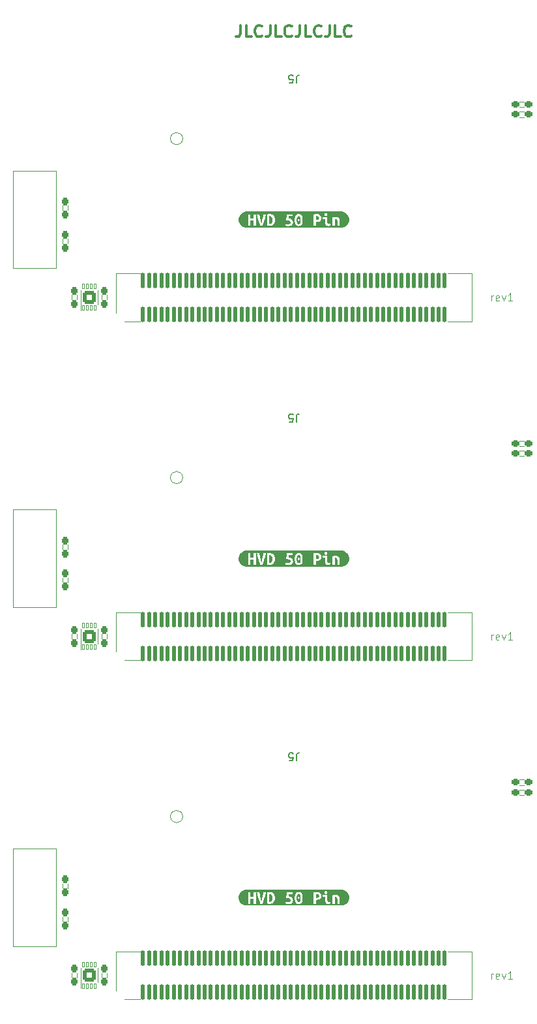
<source format=gto>
G04 #@! TF.GenerationSoftware,KiCad,Pcbnew,8.0.6*
G04 #@! TF.CreationDate,2024-11-07T02:26:47-08:00*
G04 #@! TF.ProjectId,hvd-50-hd-panel,6876642d-3530-42d6-9864-2d70616e656c,1*
G04 #@! TF.SameCoordinates,Original*
G04 #@! TF.FileFunction,Legend,Top*
G04 #@! TF.FilePolarity,Positive*
%FSLAX46Y46*%
G04 Gerber Fmt 4.6, Leading zero omitted, Abs format (unit mm)*
G04 Created by KiCad (PCBNEW 8.0.6) date 2024-11-07 02:26:47*
%MOMM*%
%LPD*%
G01*
G04 APERTURE LIST*
G04 Aperture macros list*
%AMRoundRect*
0 Rectangle with rounded corners*
0 $1 Rounding radius*
0 $2 $3 $4 $5 $6 $7 $8 $9 X,Y pos of 4 corners*
0 Add a 4 corners polygon primitive as box body*
4,1,4,$2,$3,$4,$5,$6,$7,$8,$9,$2,$3,0*
0 Add four circle primitives for the rounded corners*
1,1,$1+$1,$2,$3*
1,1,$1+$1,$4,$5*
1,1,$1+$1,$6,$7*
1,1,$1+$1,$8,$9*
0 Add four rect primitives between the rounded corners*
20,1,$1+$1,$2,$3,$4,$5,0*
20,1,$1+$1,$4,$5,$6,$7,0*
20,1,$1+$1,$6,$7,$8,$9,0*
20,1,$1+$1,$8,$9,$2,$3,0*%
G04 Aperture macros list end*
%ADD10C,0.100000*%
%ADD11C,0.300000*%
%ADD12C,0.150000*%
%ADD13C,0.000000*%
%ADD14C,0.120000*%
%ADD15C,0.500000*%
%ADD16RoundRect,0.225000X0.225000X-0.275000X0.225000X0.275000X-0.225000X0.275000X-0.225000X-0.275000X0*%
%ADD17RoundRect,0.225000X-0.225000X0.275000X-0.225000X-0.275000X0.225000X-0.275000X0.225000X0.275000X0*%
%ADD18C,0.800000*%
%ADD19C,1.200000*%
%ADD20RoundRect,0.125000X0.125000X0.925000X-0.125000X0.925000X-0.125000X-0.925000X0.125000X-0.925000X0*%
%ADD21C,1.300000*%
%ADD22C,4.200000*%
%ADD23C,6.500000*%
%ADD24C,2.300000*%
%ADD25C,2.700000*%
%ADD26C,1.950000*%
%ADD27RoundRect,0.225000X-0.275000X-0.225000X0.275000X-0.225000X0.275000X0.225000X-0.275000X0.225000X0*%
%ADD28C,2.500000*%
%ADD29RoundRect,0.225000X0.275000X0.225000X-0.275000X0.225000X-0.275000X-0.225000X0.275000X-0.225000X0*%
%ADD30RoundRect,0.062500X0.137500X-0.287500X0.137500X0.287500X-0.137500X0.287500X-0.137500X-0.287500X0*%
%ADD31RoundRect,0.265625X0.584375X-0.584375X0.584375X0.584375X-0.584375X0.584375X-0.584375X-0.584375X0*%
G04 APERTURE END LIST*
D10*
X-11857143Y98544581D02*
X-11857143Y99211248D01*
X-11857143Y99020772D02*
X-11809524Y99116010D01*
X-11809524Y99116010D02*
X-11761905Y99163629D01*
X-11761905Y99163629D02*
X-11666667Y99211248D01*
X-11666667Y99211248D02*
X-11571429Y99211248D01*
X-10857143Y98592200D02*
X-10952381Y98544581D01*
X-10952381Y98544581D02*
X-11142857Y98544581D01*
X-11142857Y98544581D02*
X-11238095Y98592200D01*
X-11238095Y98592200D02*
X-11285714Y98687439D01*
X-11285714Y98687439D02*
X-11285714Y99068391D01*
X-11285714Y99068391D02*
X-11238095Y99163629D01*
X-11238095Y99163629D02*
X-11142857Y99211248D01*
X-11142857Y99211248D02*
X-10952381Y99211248D01*
X-10952381Y99211248D02*
X-10857143Y99163629D01*
X-10857143Y99163629D02*
X-10809524Y99068391D01*
X-10809524Y99068391D02*
X-10809524Y98973153D01*
X-10809524Y98973153D02*
X-11285714Y98877915D01*
X-10476190Y99211248D02*
X-10238095Y98544581D01*
X-10238095Y98544581D02*
X-10000000Y99211248D01*
X-9095238Y98544581D02*
X-9666666Y98544581D01*
X-9380952Y98544581D02*
X-9380952Y99544581D01*
X-9380952Y99544581D02*
X-9476190Y99401724D01*
X-9476190Y99401724D02*
X-9571428Y99306486D01*
X-9571428Y99306486D02*
X-9666666Y99258867D01*
D11*
X-44428572Y134325172D02*
X-44428572Y133253743D01*
X-44428572Y133253743D02*
X-44500001Y133039458D01*
X-44500001Y133039458D02*
X-44642858Y132896600D01*
X-44642858Y132896600D02*
X-44857144Y132825172D01*
X-44857144Y132825172D02*
X-45000001Y132825172D01*
X-43000001Y132825172D02*
X-43714287Y132825172D01*
X-43714287Y132825172D02*
X-43714287Y134325172D01*
X-41642858Y132968029D02*
X-41714286Y132896600D01*
X-41714286Y132896600D02*
X-41928572Y132825172D01*
X-41928572Y132825172D02*
X-42071429Y132825172D01*
X-42071429Y132825172D02*
X-42285715Y132896600D01*
X-42285715Y132896600D02*
X-42428572Y133039458D01*
X-42428572Y133039458D02*
X-42500001Y133182315D01*
X-42500001Y133182315D02*
X-42571429Y133468029D01*
X-42571429Y133468029D02*
X-42571429Y133682315D01*
X-42571429Y133682315D02*
X-42500001Y133968029D01*
X-42500001Y133968029D02*
X-42428572Y134110886D01*
X-42428572Y134110886D02*
X-42285715Y134253743D01*
X-42285715Y134253743D02*
X-42071429Y134325172D01*
X-42071429Y134325172D02*
X-41928572Y134325172D01*
X-41928572Y134325172D02*
X-41714286Y134253743D01*
X-41714286Y134253743D02*
X-41642858Y134182315D01*
X-40571429Y134325172D02*
X-40571429Y133253743D01*
X-40571429Y133253743D02*
X-40642858Y133039458D01*
X-40642858Y133039458D02*
X-40785715Y132896600D01*
X-40785715Y132896600D02*
X-41000001Y132825172D01*
X-41000001Y132825172D02*
X-41142858Y132825172D01*
X-39142858Y132825172D02*
X-39857144Y132825172D01*
X-39857144Y132825172D02*
X-39857144Y134325172D01*
X-37785715Y132968029D02*
X-37857143Y132896600D01*
X-37857143Y132896600D02*
X-38071429Y132825172D01*
X-38071429Y132825172D02*
X-38214286Y132825172D01*
X-38214286Y132825172D02*
X-38428572Y132896600D01*
X-38428572Y132896600D02*
X-38571429Y133039458D01*
X-38571429Y133039458D02*
X-38642858Y133182315D01*
X-38642858Y133182315D02*
X-38714286Y133468029D01*
X-38714286Y133468029D02*
X-38714286Y133682315D01*
X-38714286Y133682315D02*
X-38642858Y133968029D01*
X-38642858Y133968029D02*
X-38571429Y134110886D01*
X-38571429Y134110886D02*
X-38428572Y134253743D01*
X-38428572Y134253743D02*
X-38214286Y134325172D01*
X-38214286Y134325172D02*
X-38071429Y134325172D01*
X-38071429Y134325172D02*
X-37857143Y134253743D01*
X-37857143Y134253743D02*
X-37785715Y134182315D01*
X-36714286Y134325172D02*
X-36714286Y133253743D01*
X-36714286Y133253743D02*
X-36785715Y133039458D01*
X-36785715Y133039458D02*
X-36928572Y132896600D01*
X-36928572Y132896600D02*
X-37142858Y132825172D01*
X-37142858Y132825172D02*
X-37285715Y132825172D01*
X-35285715Y132825172D02*
X-36000001Y132825172D01*
X-36000001Y132825172D02*
X-36000001Y134325172D01*
X-33928572Y132968029D02*
X-34000000Y132896600D01*
X-34000000Y132896600D02*
X-34214286Y132825172D01*
X-34214286Y132825172D02*
X-34357143Y132825172D01*
X-34357143Y132825172D02*
X-34571429Y132896600D01*
X-34571429Y132896600D02*
X-34714286Y133039458D01*
X-34714286Y133039458D02*
X-34785715Y133182315D01*
X-34785715Y133182315D02*
X-34857143Y133468029D01*
X-34857143Y133468029D02*
X-34857143Y133682315D01*
X-34857143Y133682315D02*
X-34785715Y133968029D01*
X-34785715Y133968029D02*
X-34714286Y134110886D01*
X-34714286Y134110886D02*
X-34571429Y134253743D01*
X-34571429Y134253743D02*
X-34357143Y134325172D01*
X-34357143Y134325172D02*
X-34214286Y134325172D01*
X-34214286Y134325172D02*
X-34000000Y134253743D01*
X-34000000Y134253743D02*
X-33928572Y134182315D01*
X-32857143Y134325172D02*
X-32857143Y133253743D01*
X-32857143Y133253743D02*
X-32928572Y133039458D01*
X-32928572Y133039458D02*
X-33071429Y132896600D01*
X-33071429Y132896600D02*
X-33285715Y132825172D01*
X-33285715Y132825172D02*
X-33428572Y132825172D01*
X-31428572Y132825172D02*
X-32142858Y132825172D01*
X-32142858Y132825172D02*
X-32142858Y134325172D01*
X-30071429Y132968029D02*
X-30142857Y132896600D01*
X-30142857Y132896600D02*
X-30357143Y132825172D01*
X-30357143Y132825172D02*
X-30500000Y132825172D01*
X-30500000Y132825172D02*
X-30714286Y132896600D01*
X-30714286Y132896600D02*
X-30857143Y133039458D01*
X-30857143Y133039458D02*
X-30928572Y133182315D01*
X-30928572Y133182315D02*
X-31000000Y133468029D01*
X-31000000Y133468029D02*
X-31000000Y133682315D01*
X-31000000Y133682315D02*
X-30928572Y133968029D01*
X-30928572Y133968029D02*
X-30857143Y134110886D01*
X-30857143Y134110886D02*
X-30714286Y134253743D01*
X-30714286Y134253743D02*
X-30500000Y134325172D01*
X-30500000Y134325172D02*
X-30357143Y134325172D01*
X-30357143Y134325172D02*
X-30142857Y134253743D01*
X-30142857Y134253743D02*
X-30071429Y134182315D01*
D10*
X-11857143Y10544581D02*
X-11857143Y11211248D01*
X-11857143Y11020772D02*
X-11809524Y11116010D01*
X-11809524Y11116010D02*
X-11761905Y11163629D01*
X-11761905Y11163629D02*
X-11666667Y11211248D01*
X-11666667Y11211248D02*
X-11571429Y11211248D01*
X-10857143Y10592200D02*
X-10952381Y10544581D01*
X-10952381Y10544581D02*
X-11142857Y10544581D01*
X-11142857Y10544581D02*
X-11238095Y10592200D01*
X-11238095Y10592200D02*
X-11285714Y10687439D01*
X-11285714Y10687439D02*
X-11285714Y11068391D01*
X-11285714Y11068391D02*
X-11238095Y11163629D01*
X-11238095Y11163629D02*
X-11142857Y11211248D01*
X-11142857Y11211248D02*
X-10952381Y11211248D01*
X-10952381Y11211248D02*
X-10857143Y11163629D01*
X-10857143Y11163629D02*
X-10809524Y11068391D01*
X-10809524Y11068391D02*
X-10809524Y10973153D01*
X-10809524Y10973153D02*
X-11285714Y10877915D01*
X-10476190Y11211248D02*
X-10238095Y10544581D01*
X-10238095Y10544581D02*
X-10000000Y11211248D01*
X-9095238Y10544581D02*
X-9666666Y10544581D01*
X-9380952Y10544581D02*
X-9380952Y11544581D01*
X-9380952Y11544581D02*
X-9476190Y11401724D01*
X-9476190Y11401724D02*
X-9571428Y11306486D01*
X-9571428Y11306486D02*
X-9666666Y11258867D01*
X-11857143Y54544581D02*
X-11857143Y55211248D01*
X-11857143Y55020772D02*
X-11809524Y55116010D01*
X-11809524Y55116010D02*
X-11761905Y55163629D01*
X-11761905Y55163629D02*
X-11666667Y55211248D01*
X-11666667Y55211248D02*
X-11571429Y55211248D01*
X-10857143Y54592200D02*
X-10952381Y54544581D01*
X-10952381Y54544581D02*
X-11142857Y54544581D01*
X-11142857Y54544581D02*
X-11238095Y54592200D01*
X-11238095Y54592200D02*
X-11285714Y54687439D01*
X-11285714Y54687439D02*
X-11285714Y55068391D01*
X-11285714Y55068391D02*
X-11238095Y55163629D01*
X-11238095Y55163629D02*
X-11142857Y55211248D01*
X-11142857Y55211248D02*
X-10952381Y55211248D01*
X-10952381Y55211248D02*
X-10857143Y55163629D01*
X-10857143Y55163629D02*
X-10809524Y55068391D01*
X-10809524Y55068391D02*
X-10809524Y54973153D01*
X-10809524Y54973153D02*
X-11285714Y54877915D01*
X-10476190Y55211248D02*
X-10238095Y54544581D01*
X-10238095Y54544581D02*
X-10000000Y55211248D01*
X-9095238Y54544581D02*
X-9666666Y54544581D01*
X-9380952Y54544581D02*
X-9380952Y55544581D01*
X-9380952Y55544581D02*
X-9476190Y55401724D01*
X-9476190Y55401724D02*
X-9571428Y55306486D01*
X-9571428Y55306486D02*
X-9666666Y55258867D01*
D12*
X-37166667Y38856820D02*
X-37166667Y39571105D01*
X-37166667Y39571105D02*
X-37119048Y39713962D01*
X-37119048Y39713962D02*
X-37023810Y39809200D01*
X-37023810Y39809200D02*
X-36880953Y39856820D01*
X-36880953Y39856820D02*
X-36785715Y39856820D01*
X-38119048Y38856820D02*
X-37642858Y38856820D01*
X-37642858Y38856820D02*
X-37595239Y39333010D01*
X-37595239Y39333010D02*
X-37642858Y39285391D01*
X-37642858Y39285391D02*
X-37738096Y39237772D01*
X-37738096Y39237772D02*
X-37976191Y39237772D01*
X-37976191Y39237772D02*
X-38071429Y39285391D01*
X-38071429Y39285391D02*
X-38119048Y39333010D01*
X-38119048Y39333010D02*
X-38166667Y39428248D01*
X-38166667Y39428248D02*
X-38166667Y39666343D01*
X-38166667Y39666343D02*
X-38119048Y39761581D01*
X-38119048Y39761581D02*
X-38071429Y39809200D01*
X-38071429Y39809200D02*
X-37976191Y39856820D01*
X-37976191Y39856820D02*
X-37738096Y39856820D01*
X-37738096Y39856820D02*
X-37642858Y39809200D01*
X-37642858Y39809200D02*
X-37595239Y39761581D01*
X-37166667Y126856820D02*
X-37166667Y127571105D01*
X-37166667Y127571105D02*
X-37119048Y127713962D01*
X-37119048Y127713962D02*
X-37023810Y127809200D01*
X-37023810Y127809200D02*
X-36880953Y127856820D01*
X-36880953Y127856820D02*
X-36785715Y127856820D01*
X-38119048Y126856820D02*
X-37642858Y126856820D01*
X-37642858Y126856820D02*
X-37595239Y127333010D01*
X-37595239Y127333010D02*
X-37642858Y127285391D01*
X-37642858Y127285391D02*
X-37738096Y127237772D01*
X-37738096Y127237772D02*
X-37976191Y127237772D01*
X-37976191Y127237772D02*
X-38071429Y127285391D01*
X-38071429Y127285391D02*
X-38119048Y127333010D01*
X-38119048Y127333010D02*
X-38166667Y127428248D01*
X-38166667Y127428248D02*
X-38166667Y127666343D01*
X-38166667Y127666343D02*
X-38119048Y127761581D01*
X-38119048Y127761581D02*
X-38071429Y127809200D01*
X-38071429Y127809200D02*
X-37976191Y127856820D01*
X-37976191Y127856820D02*
X-37738096Y127856820D01*
X-37738096Y127856820D02*
X-37642858Y127809200D01*
X-37642858Y127809200D02*
X-37595239Y127761581D01*
X-37166667Y82856820D02*
X-37166667Y83571105D01*
X-37166667Y83571105D02*
X-37119048Y83713962D01*
X-37119048Y83713962D02*
X-37023810Y83809200D01*
X-37023810Y83809200D02*
X-36880953Y83856820D01*
X-36880953Y83856820D02*
X-36785715Y83856820D01*
X-38119048Y82856820D02*
X-37642858Y82856820D01*
X-37642858Y82856820D02*
X-37595239Y83333010D01*
X-37595239Y83333010D02*
X-37642858Y83285391D01*
X-37642858Y83285391D02*
X-37738096Y83237772D01*
X-37738096Y83237772D02*
X-37976191Y83237772D01*
X-37976191Y83237772D02*
X-38071429Y83285391D01*
X-38071429Y83285391D02*
X-38119048Y83333010D01*
X-38119048Y83333010D02*
X-38166667Y83428248D01*
X-38166667Y83428248D02*
X-38166667Y83666343D01*
X-38166667Y83666343D02*
X-38119048Y83761581D01*
X-38119048Y83761581D02*
X-38071429Y83809200D01*
X-38071429Y83809200D02*
X-37976191Y83856820D01*
X-37976191Y83856820D02*
X-37738096Y83856820D01*
X-37738096Y83856820D02*
X-37642858Y83809200D01*
X-37642858Y83809200D02*
X-37595239Y83761581D01*
D10*
G04 #@! TO.C,R1*
X-62499999Y99302000D02*
X-62499999Y98702000D01*
X-61800001Y98702000D02*
X-61800001Y99302000D01*
D13*
G04 #@! TO.C,kibuzzard-672C6174*
G36*
X-34376111Y21533038D02*
G01*
X-34292811Y21492145D01*
X-34239196Y21418539D01*
X-34221325Y21306766D01*
X-34239499Y21188935D01*
X-34294023Y21111693D01*
X-34384289Y21068983D01*
X-34509693Y21054746D01*
X-34630856Y21054746D01*
X-34630856Y21539399D01*
X-34556947Y21545457D01*
X-34483037Y21546669D01*
X-34376111Y21533038D01*
G37*
G36*
X-40439418Y21504262D02*
G01*
X-40340065Y21391580D01*
X-40289176Y21229221D01*
X-40274637Y21040207D01*
X-40279180Y20933280D01*
X-40292811Y20835441D01*
X-40353393Y20674294D01*
X-40464863Y20567670D01*
X-40635703Y20528898D01*
X-40662359Y20528898D01*
X-40689015Y20531321D01*
X-40689015Y21539399D01*
X-40645396Y21545457D01*
X-40601777Y21546669D01*
X-40439418Y21504262D01*
G37*
G36*
X-36768477Y21534855D02*
G01*
X-36689418Y21433987D01*
X-36653743Y21330729D01*
X-36632337Y21200277D01*
X-36625202Y21042630D01*
X-36632337Y20883637D01*
X-36653743Y20752377D01*
X-36689418Y20648850D01*
X-36768477Y20547981D01*
X-36874798Y20515108D01*
X-36877221Y20514359D01*
X-36984451Y20547981D01*
X-37063813Y20648850D01*
X-37100162Y20752377D01*
X-37121971Y20883637D01*
X-37129241Y21042630D01*
X-37128123Y21066863D01*
X-37010501Y21066863D01*
X-36974152Y20954181D01*
X-36874798Y20906927D01*
X-36779079Y20954181D01*
X-36741519Y21066863D01*
X-36779079Y21180756D01*
X-36874798Y21229221D01*
X-36974152Y21180756D01*
X-37010501Y21066863D01*
X-37128123Y21066863D01*
X-37121971Y21200277D01*
X-37100162Y21330729D01*
X-37063813Y21433987D01*
X-36984451Y21534855D01*
X-36877221Y21568478D01*
X-36768477Y21534855D01*
G37*
G36*
X-31263343Y22143407D02*
G01*
X-31161761Y22128339D01*
X-31062146Y22103386D01*
X-30965455Y22068790D01*
X-30872622Y22024883D01*
X-30784539Y21972088D01*
X-30702055Y21910914D01*
X-30625964Y21841949D01*
X-30556999Y21765858D01*
X-30495825Y21683374D01*
X-30443030Y21595291D01*
X-30399123Y21502458D01*
X-30364526Y21405767D01*
X-30339574Y21306151D01*
X-30324506Y21204570D01*
X-30319467Y21102000D01*
X-30324506Y20999430D01*
X-30339574Y20897849D01*
X-30364526Y20798233D01*
X-30399123Y20701542D01*
X-30443030Y20608709D01*
X-30495825Y20520626D01*
X-30556999Y20438142D01*
X-30625964Y20362051D01*
X-30702055Y20293086D01*
X-30784539Y20231912D01*
X-30872622Y20179117D01*
X-30965455Y20135210D01*
X-31062146Y20100614D01*
X-31161761Y20075661D01*
X-31263343Y20060593D01*
X-31365913Y20055554D01*
X-31567851Y20055554D01*
X-33038772Y20055554D01*
X-34630856Y20055554D01*
X-36877221Y20055554D01*
X-38205170Y20055554D01*
X-40667205Y20055554D01*
X-41878837Y20055554D01*
X-42438611Y20055554D01*
X-43432149Y20055554D01*
X-43634087Y20055554D01*
X-43736657Y20060593D01*
X-43838239Y20075661D01*
X-43937854Y20100614D01*
X-44034545Y20135210D01*
X-44127378Y20179117D01*
X-44215461Y20231912D01*
X-44292429Y20288995D01*
X-43432149Y20288995D01*
X-43134087Y20288995D01*
X-43134087Y20950546D01*
X-42736672Y20950546D01*
X-42736672Y20288995D01*
X-42438611Y20288995D01*
X-42438611Y21788995D01*
X-42298061Y21788995D01*
X-42270194Y21653292D01*
X-42230210Y21483664D01*
X-42198169Y21356712D01*
X-42163436Y21224644D01*
X-42126010Y21087460D01*
X-42086430Y20947584D01*
X-42045234Y20807439D01*
X-42002423Y20667024D01*
X-41938813Y20467105D01*
X-41878837Y20288995D01*
X-41571082Y20288995D01*
X-41524771Y20418101D01*
X-41479537Y20550169D01*
X-41435380Y20685199D01*
X-41392973Y20820901D01*
X-41352989Y20954989D01*
X-41315428Y21087460D01*
X-41263934Y21280413D01*
X-41218498Y21464278D01*
X-41179422Y21635118D01*
X-41151094Y21769609D01*
X-40987076Y21769609D01*
X-40987076Y20305958D01*
X-40823506Y20278090D01*
X-40667205Y20269609D01*
X-40520901Y20280211D01*
X-40387318Y20312016D01*
X-40337587Y20335037D01*
X-38609855Y20335037D01*
X-38540792Y20308381D01*
X-38440226Y20282937D01*
X-38323910Y20264763D01*
X-38205170Y20257493D01*
X-38066438Y20266580D01*
X-37945880Y20293842D01*
X-37843498Y20337460D01*
X-37759289Y20395619D01*
X-37647819Y20549496D01*
X-37611470Y20742145D01*
X-37627894Y20882695D01*
X-37677167Y21000627D01*
X-37713356Y21042630D01*
X-37398223Y21042630D01*
X-37389893Y20856645D01*
X-37364903Y20696103D01*
X-37323253Y20561006D01*
X-37264943Y20451354D01*
X-37162628Y20343653D01*
X-37033387Y20279033D01*
X-36877221Y20257493D01*
X-36721055Y20279033D01*
X-36591815Y20343653D01*
X-36489499Y20451354D01*
X-36431189Y20561006D01*
X-36389540Y20696103D01*
X-36364550Y20856645D01*
X-36356220Y21042630D01*
X-36364550Y21227480D01*
X-36389540Y21387036D01*
X-36431189Y21521300D01*
X-36489499Y21630271D01*
X-36591815Y21737299D01*
X-36656842Y21769609D01*
X-34928918Y21769609D01*
X-34928918Y20288995D01*
X-34630856Y20288995D01*
X-34630856Y20795457D01*
X-34524233Y20795457D01*
X-34345046Y20808785D01*
X-34195207Y20848769D01*
X-34074717Y20915409D01*
X-33986537Y21011935D01*
X-33933630Y21141580D01*
X-33915994Y21304342D01*
X-33929416Y21427929D01*
X-33760905Y21427929D01*
X-33760905Y21180756D01*
X-33445880Y21180756D01*
X-33445880Y20761532D01*
X-33441034Y20649456D01*
X-33426494Y20550708D01*
X-33359855Y20394407D01*
X-33233845Y20296265D01*
X-33145699Y20270821D01*
X-33038772Y20262339D01*
X-32889742Y20278090D01*
X-32716478Y20337460D01*
X-32755250Y20577363D01*
X-32886107Y20532533D01*
X-32985460Y20521628D01*
X-33110258Y20571305D01*
X-33147819Y20722759D01*
X-33147819Y21391580D01*
X-32483845Y21391580D01*
X-32483845Y20288995D01*
X-32185784Y20288995D01*
X-32185784Y21183179D01*
X-32116721Y21190449D01*
X-32050081Y21192872D01*
X-31902262Y21122598D01*
X-31875000Y21029908D01*
X-31865913Y20892388D01*
X-31865913Y20288995D01*
X-31567851Y20288995D01*
X-31567851Y20931160D01*
X-31573304Y21042327D01*
X-31589661Y21143195D01*
X-31663570Y21307977D01*
X-31805331Y21414601D01*
X-31906502Y21442771D01*
X-32030695Y21452162D01*
X-32163671Y21447315D01*
X-32286349Y21432775D01*
X-32394487Y21412784D01*
X-32483845Y21391580D01*
X-33147819Y21391580D01*
X-33147819Y21427929D01*
X-33348950Y21427929D01*
X-33760905Y21427929D01*
X-33929416Y21427929D01*
X-33933495Y21465489D01*
X-33985999Y21593519D01*
X-34073506Y21688430D01*
X-34192784Y21753723D01*
X-34197863Y21755069D01*
X-33535541Y21755069D01*
X-33481018Y21616943D01*
X-33348950Y21566055D01*
X-33215670Y21616943D01*
X-33159935Y21755069D01*
X-33215670Y21895619D01*
X-33348950Y21946507D01*
X-33481018Y21895619D01*
X-33535541Y21755069D01*
X-34197863Y21755069D01*
X-34340603Y21792899D01*
X-34516963Y21805958D01*
X-34611470Y21803535D01*
X-34720517Y21797477D01*
X-34830775Y21786572D01*
X-34928918Y21769609D01*
X-36656842Y21769609D01*
X-36721055Y21801515D01*
X-36877221Y21822921D01*
X-37030964Y21801381D01*
X-37159397Y21736760D01*
X-37262520Y21629060D01*
X-37321890Y21519710D01*
X-37364297Y21385522D01*
X-37389742Y21226495D01*
X-37398223Y21042630D01*
X-37713356Y21042630D01*
X-37759289Y21095942D01*
X-37874798Y21168101D01*
X-38024233Y21216567D01*
X-38207593Y21241338D01*
X-38195477Y21379464D01*
X-38183360Y21541822D01*
X-37667205Y21541822D01*
X-37667205Y21788995D01*
X-38432956Y21788995D01*
X-38442044Y21603918D01*
X-38454766Y21412178D01*
X-38471729Y21214985D01*
X-38493538Y21013551D01*
X-38326939Y21008401D01*
X-38195477Y20992953D01*
X-38019790Y20934795D01*
X-37937399Y20845134D01*
X-37916801Y20730029D01*
X-37928918Y20650061D01*
X-37973748Y20580998D01*
X-38063409Y20531321D01*
X-38207593Y20511935D01*
X-38320880Y20517388D01*
X-38413570Y20533745D01*
X-38549273Y20582210D01*
X-38609855Y20335037D01*
X-40337587Y20335037D01*
X-40268881Y20366842D01*
X-40168013Y20446507D01*
X-40085925Y20552222D01*
X-40023829Y20685199D01*
X-39984754Y20847254D01*
X-39971729Y21040207D01*
X-39983542Y21228918D01*
X-40018982Y21387945D01*
X-40075626Y21519407D01*
X-40151050Y21625425D01*
X-40245254Y21706301D01*
X-40358239Y21762339D01*
X-40486975Y21795053D01*
X-40628433Y21805958D01*
X-40795638Y21798688D01*
X-40987076Y21769609D01*
X-41151094Y21769609D01*
X-41147011Y21788995D01*
X-41459612Y21788995D01*
X-41481422Y21662985D01*
X-41508078Y21517590D01*
X-41538368Y21360380D01*
X-41571082Y21198931D01*
X-41606220Y21036572D01*
X-41643780Y20876637D01*
X-41682553Y20726697D01*
X-41721325Y20594326D01*
X-41760400Y20728515D01*
X-41800081Y20879060D01*
X-41838853Y21038995D01*
X-41875202Y21201354D01*
X-41908825Y21362501D01*
X-41939418Y21518801D01*
X-41964863Y21663288D01*
X-41983037Y21788995D01*
X-42298061Y21788995D01*
X-42438611Y21788995D01*
X-42736672Y21788995D01*
X-42736672Y21197719D01*
X-43134087Y21197719D01*
X-43134087Y21788995D01*
X-43432149Y21788995D01*
X-43432149Y20288995D01*
X-44292429Y20288995D01*
X-44297945Y20293086D01*
X-44374036Y20362051D01*
X-44443001Y20438142D01*
X-44504175Y20520626D01*
X-44556970Y20608709D01*
X-44600877Y20701542D01*
X-44635474Y20798233D01*
X-44660426Y20897849D01*
X-44675494Y20999430D01*
X-44680533Y21102000D01*
X-44675494Y21204570D01*
X-44660426Y21306151D01*
X-44635474Y21405767D01*
X-44600877Y21502458D01*
X-44556970Y21595291D01*
X-44504175Y21683374D01*
X-44443001Y21765858D01*
X-44374036Y21841949D01*
X-44297945Y21910914D01*
X-44215461Y21972088D01*
X-44127378Y22024883D01*
X-44034545Y22068790D01*
X-43937854Y22103386D01*
X-43838239Y22128339D01*
X-43736657Y22143407D01*
X-43634087Y22148446D01*
X-43432149Y22148446D01*
X-31567851Y22148446D01*
X-31365913Y22148446D01*
X-31263343Y22143407D01*
G37*
D10*
G04 #@! TO.C,R2*
X-67549999Y66902000D02*
X-67549999Y66302000D01*
X-66850001Y66302000D02*
X-66850001Y66902000D01*
D14*
G04 #@! TO.C,J1*
X-60600001Y58102000D02*
X-60600000Y53002000D01*
X-60600001Y58102000D02*
X-57500001Y58102000D01*
X-59500000Y51902000D02*
X-57500001Y51902000D01*
X-17499999Y58102000D02*
X-14399999Y58102000D01*
X-17499999Y51902000D02*
X-14399999Y51902000D01*
X-14399999Y58102000D02*
X-14399999Y51902000D01*
G04 #@! TO.C,J5*
X-51940003Y31608000D02*
G75*
G02*
X-53539999Y31608000I-799998J0D01*
G01*
X-53539999Y31608000D02*
G75*
G02*
X-51940003Y31608000I799998J0D01*
G01*
D10*
G04 #@! TO.C,R1*
X-62499999Y55302000D02*
X-62499999Y54702000D01*
X-61800001Y54702000D02*
X-61800001Y55302000D01*
G04 #@! TO.C,J3*
X-68370000Y14772001D02*
X-73969999Y14772000D01*
X-73969999Y27442000D01*
X-68369999Y27442000D01*
X-68370000Y14772001D01*
D14*
G04 #@! TO.C,J5*
X-51940003Y119608000D02*
G75*
G02*
X-53539999Y119608000I-799998J0D01*
G01*
X-53539999Y119608000D02*
G75*
G02*
X-51940003Y119608000I799998J0D01*
G01*
D13*
G04 #@! TO.C,kibuzzard-672C6174*
G36*
X-34376111Y65533038D02*
G01*
X-34292811Y65492145D01*
X-34239196Y65418539D01*
X-34221325Y65306766D01*
X-34239499Y65188935D01*
X-34294023Y65111693D01*
X-34384289Y65068983D01*
X-34509693Y65054746D01*
X-34630856Y65054746D01*
X-34630856Y65539399D01*
X-34556947Y65545457D01*
X-34483037Y65546669D01*
X-34376111Y65533038D01*
G37*
G36*
X-40439418Y65504262D02*
G01*
X-40340065Y65391580D01*
X-40289176Y65229221D01*
X-40274637Y65040207D01*
X-40279180Y64933280D01*
X-40292811Y64835441D01*
X-40353393Y64674294D01*
X-40464863Y64567670D01*
X-40635703Y64528898D01*
X-40662359Y64528898D01*
X-40689015Y64531321D01*
X-40689015Y65539399D01*
X-40645396Y65545457D01*
X-40601777Y65546669D01*
X-40439418Y65504262D01*
G37*
G36*
X-36768477Y65534855D02*
G01*
X-36689418Y65433987D01*
X-36653743Y65330729D01*
X-36632337Y65200277D01*
X-36625202Y65042630D01*
X-36632337Y64883637D01*
X-36653743Y64752377D01*
X-36689418Y64648850D01*
X-36768477Y64547981D01*
X-36874798Y64515108D01*
X-36877221Y64514359D01*
X-36984451Y64547981D01*
X-37063813Y64648850D01*
X-37100162Y64752377D01*
X-37121971Y64883637D01*
X-37129241Y65042630D01*
X-37128123Y65066863D01*
X-37010501Y65066863D01*
X-36974152Y64954181D01*
X-36874798Y64906927D01*
X-36779079Y64954181D01*
X-36741519Y65066863D01*
X-36779079Y65180756D01*
X-36874798Y65229221D01*
X-36974152Y65180756D01*
X-37010501Y65066863D01*
X-37128123Y65066863D01*
X-37121971Y65200277D01*
X-37100162Y65330729D01*
X-37063813Y65433987D01*
X-36984451Y65534855D01*
X-36877221Y65568478D01*
X-36768477Y65534855D01*
G37*
G36*
X-31263343Y66143407D02*
G01*
X-31161761Y66128339D01*
X-31062146Y66103386D01*
X-30965455Y66068790D01*
X-30872622Y66024883D01*
X-30784539Y65972088D01*
X-30702055Y65910914D01*
X-30625964Y65841949D01*
X-30556999Y65765858D01*
X-30495825Y65683374D01*
X-30443030Y65595291D01*
X-30399123Y65502458D01*
X-30364526Y65405767D01*
X-30339574Y65306151D01*
X-30324506Y65204570D01*
X-30319467Y65102000D01*
X-30324506Y64999430D01*
X-30339574Y64897849D01*
X-30364526Y64798233D01*
X-30399123Y64701542D01*
X-30443030Y64608709D01*
X-30495825Y64520626D01*
X-30556999Y64438142D01*
X-30625964Y64362051D01*
X-30702055Y64293086D01*
X-30784539Y64231912D01*
X-30872622Y64179117D01*
X-30965455Y64135210D01*
X-31062146Y64100614D01*
X-31161761Y64075661D01*
X-31263343Y64060593D01*
X-31365913Y64055554D01*
X-31567851Y64055554D01*
X-33038772Y64055554D01*
X-34630856Y64055554D01*
X-36877221Y64055554D01*
X-38205170Y64055554D01*
X-40667205Y64055554D01*
X-41878837Y64055554D01*
X-42438611Y64055554D01*
X-43432149Y64055554D01*
X-43634087Y64055554D01*
X-43736657Y64060593D01*
X-43838239Y64075661D01*
X-43937854Y64100614D01*
X-44034545Y64135210D01*
X-44127378Y64179117D01*
X-44215461Y64231912D01*
X-44292429Y64288995D01*
X-43432149Y64288995D01*
X-43134087Y64288995D01*
X-43134087Y64950546D01*
X-42736672Y64950546D01*
X-42736672Y64288995D01*
X-42438611Y64288995D01*
X-42438611Y65788995D01*
X-42298061Y65788995D01*
X-42270194Y65653292D01*
X-42230210Y65483664D01*
X-42198169Y65356712D01*
X-42163436Y65224644D01*
X-42126010Y65087460D01*
X-42086430Y64947584D01*
X-42045234Y64807439D01*
X-42002423Y64667024D01*
X-41938813Y64467105D01*
X-41878837Y64288995D01*
X-41571082Y64288995D01*
X-41524771Y64418101D01*
X-41479537Y64550169D01*
X-41435380Y64685199D01*
X-41392973Y64820901D01*
X-41352989Y64954989D01*
X-41315428Y65087460D01*
X-41263934Y65280413D01*
X-41218498Y65464278D01*
X-41179422Y65635118D01*
X-41151094Y65769609D01*
X-40987076Y65769609D01*
X-40987076Y64305958D01*
X-40823506Y64278090D01*
X-40667205Y64269609D01*
X-40520901Y64280211D01*
X-40387318Y64312016D01*
X-40337587Y64335037D01*
X-38609855Y64335037D01*
X-38540792Y64308381D01*
X-38440226Y64282937D01*
X-38323910Y64264763D01*
X-38205170Y64257493D01*
X-38066438Y64266580D01*
X-37945880Y64293842D01*
X-37843498Y64337460D01*
X-37759289Y64395619D01*
X-37647819Y64549496D01*
X-37611470Y64742145D01*
X-37627894Y64882695D01*
X-37677167Y65000627D01*
X-37713356Y65042630D01*
X-37398223Y65042630D01*
X-37389893Y64856645D01*
X-37364903Y64696103D01*
X-37323253Y64561006D01*
X-37264943Y64451354D01*
X-37162628Y64343653D01*
X-37033387Y64279033D01*
X-36877221Y64257493D01*
X-36721055Y64279033D01*
X-36591815Y64343653D01*
X-36489499Y64451354D01*
X-36431189Y64561006D01*
X-36389540Y64696103D01*
X-36364550Y64856645D01*
X-36356220Y65042630D01*
X-36364550Y65227480D01*
X-36389540Y65387036D01*
X-36431189Y65521300D01*
X-36489499Y65630271D01*
X-36591815Y65737299D01*
X-36656842Y65769609D01*
X-34928918Y65769609D01*
X-34928918Y64288995D01*
X-34630856Y64288995D01*
X-34630856Y64795457D01*
X-34524233Y64795457D01*
X-34345046Y64808785D01*
X-34195207Y64848769D01*
X-34074717Y64915409D01*
X-33986537Y65011935D01*
X-33933630Y65141580D01*
X-33915994Y65304342D01*
X-33929416Y65427929D01*
X-33760905Y65427929D01*
X-33760905Y65180756D01*
X-33445880Y65180756D01*
X-33445880Y64761532D01*
X-33441034Y64649456D01*
X-33426494Y64550708D01*
X-33359855Y64394407D01*
X-33233845Y64296265D01*
X-33145699Y64270821D01*
X-33038772Y64262339D01*
X-32889742Y64278090D01*
X-32716478Y64337460D01*
X-32755250Y64577363D01*
X-32886107Y64532533D01*
X-32985460Y64521628D01*
X-33110258Y64571305D01*
X-33147819Y64722759D01*
X-33147819Y65391580D01*
X-32483845Y65391580D01*
X-32483845Y64288995D01*
X-32185784Y64288995D01*
X-32185784Y65183179D01*
X-32116721Y65190449D01*
X-32050081Y65192872D01*
X-31902262Y65122598D01*
X-31875000Y65029908D01*
X-31865913Y64892388D01*
X-31865913Y64288995D01*
X-31567851Y64288995D01*
X-31567851Y64931160D01*
X-31573304Y65042327D01*
X-31589661Y65143195D01*
X-31663570Y65307977D01*
X-31805331Y65414601D01*
X-31906502Y65442771D01*
X-32030695Y65452162D01*
X-32163671Y65447315D01*
X-32286349Y65432775D01*
X-32394487Y65412784D01*
X-32483845Y65391580D01*
X-33147819Y65391580D01*
X-33147819Y65427929D01*
X-33348950Y65427929D01*
X-33760905Y65427929D01*
X-33929416Y65427929D01*
X-33933495Y65465489D01*
X-33985999Y65593519D01*
X-34073506Y65688430D01*
X-34192784Y65753723D01*
X-34197863Y65755069D01*
X-33535541Y65755069D01*
X-33481018Y65616943D01*
X-33348950Y65566055D01*
X-33215670Y65616943D01*
X-33159935Y65755069D01*
X-33215670Y65895619D01*
X-33348950Y65946507D01*
X-33481018Y65895619D01*
X-33535541Y65755069D01*
X-34197863Y65755069D01*
X-34340603Y65792899D01*
X-34516963Y65805958D01*
X-34611470Y65803535D01*
X-34720517Y65797477D01*
X-34830775Y65786572D01*
X-34928918Y65769609D01*
X-36656842Y65769609D01*
X-36721055Y65801515D01*
X-36877221Y65822921D01*
X-37030964Y65801381D01*
X-37159397Y65736760D01*
X-37262520Y65629060D01*
X-37321890Y65519710D01*
X-37364297Y65385522D01*
X-37389742Y65226495D01*
X-37398223Y65042630D01*
X-37713356Y65042630D01*
X-37759289Y65095942D01*
X-37874798Y65168101D01*
X-38024233Y65216567D01*
X-38207593Y65241338D01*
X-38195477Y65379464D01*
X-38183360Y65541822D01*
X-37667205Y65541822D01*
X-37667205Y65788995D01*
X-38432956Y65788995D01*
X-38442044Y65603918D01*
X-38454766Y65412178D01*
X-38471729Y65214985D01*
X-38493538Y65013551D01*
X-38326939Y65008401D01*
X-38195477Y64992953D01*
X-38019790Y64934795D01*
X-37937399Y64845134D01*
X-37916801Y64730029D01*
X-37928918Y64650061D01*
X-37973748Y64580998D01*
X-38063409Y64531321D01*
X-38207593Y64511935D01*
X-38320880Y64517388D01*
X-38413570Y64533745D01*
X-38549273Y64582210D01*
X-38609855Y64335037D01*
X-40337587Y64335037D01*
X-40268881Y64366842D01*
X-40168013Y64446507D01*
X-40085925Y64552222D01*
X-40023829Y64685199D01*
X-39984754Y64847254D01*
X-39971729Y65040207D01*
X-39983542Y65228918D01*
X-40018982Y65387945D01*
X-40075626Y65519407D01*
X-40151050Y65625425D01*
X-40245254Y65706301D01*
X-40358239Y65762339D01*
X-40486975Y65795053D01*
X-40628433Y65805958D01*
X-40795638Y65798688D01*
X-40987076Y65769609D01*
X-41151094Y65769609D01*
X-41147011Y65788995D01*
X-41459612Y65788995D01*
X-41481422Y65662985D01*
X-41508078Y65517590D01*
X-41538368Y65360380D01*
X-41571082Y65198931D01*
X-41606220Y65036572D01*
X-41643780Y64876637D01*
X-41682553Y64726697D01*
X-41721325Y64594326D01*
X-41760400Y64728515D01*
X-41800081Y64879060D01*
X-41838853Y65038995D01*
X-41875202Y65201354D01*
X-41908825Y65362501D01*
X-41939418Y65518801D01*
X-41964863Y65663288D01*
X-41983037Y65788995D01*
X-42298061Y65788995D01*
X-42438611Y65788995D01*
X-42736672Y65788995D01*
X-42736672Y65197719D01*
X-43134087Y65197719D01*
X-43134087Y65788995D01*
X-43432149Y65788995D01*
X-43432149Y64288995D01*
X-44292429Y64288995D01*
X-44297945Y64293086D01*
X-44374036Y64362051D01*
X-44443001Y64438142D01*
X-44504175Y64520626D01*
X-44556970Y64608709D01*
X-44600877Y64701542D01*
X-44635474Y64798233D01*
X-44660426Y64897849D01*
X-44675494Y64999430D01*
X-44680533Y65102000D01*
X-44675494Y65204570D01*
X-44660426Y65306151D01*
X-44635474Y65405767D01*
X-44600877Y65502458D01*
X-44556970Y65595291D01*
X-44504175Y65683374D01*
X-44443001Y65765858D01*
X-44374036Y65841949D01*
X-44297945Y65910914D01*
X-44215461Y65972088D01*
X-44127378Y66024883D01*
X-44034545Y66068790D01*
X-43937854Y66103386D01*
X-43838239Y66128339D01*
X-43736657Y66143407D01*
X-43634087Y66148446D01*
X-43432149Y66148446D01*
X-31567851Y66148446D01*
X-31365913Y66148446D01*
X-31263343Y66143407D01*
G37*
D14*
G04 #@! TO.C,J1*
X-60600001Y102102000D02*
X-60600000Y97002000D01*
X-60600001Y102102000D02*
X-57500001Y102102000D01*
X-59500000Y95902000D02*
X-57500001Y95902000D01*
X-17499999Y102102000D02*
X-14399999Y102102000D01*
X-17499999Y95902000D02*
X-14399999Y95902000D01*
X-14399999Y102102000D02*
X-14399999Y95902000D01*
D10*
G04 #@! TO.C,R2*
X-67549999Y22902000D02*
X-67549999Y22302000D01*
X-66850001Y22302000D02*
X-66850001Y22902000D01*
G04 #@! TO.C,R1*
X-62499999Y11302000D02*
X-62499999Y10702000D01*
X-61800001Y10702000D02*
X-61800001Y11302000D01*
G04 #@! TO.C,C2*
X-8200000Y36401999D02*
X-7600000Y36401999D01*
X-7600000Y35702001D02*
X-8200000Y35702001D01*
X-8200000Y124401999D02*
X-7600000Y124401999D01*
X-7600000Y123702001D02*
X-8200000Y123702001D01*
G04 #@! TO.C,C1*
X-66399999Y10702000D02*
X-66399999Y11302000D01*
X-65700001Y11302000D02*
X-65700001Y10702000D01*
D14*
G04 #@! TO.C,J1*
X-60600001Y14102000D02*
X-60600000Y9002000D01*
X-60600001Y14102000D02*
X-57500001Y14102000D01*
X-59500000Y7902000D02*
X-57500001Y7902000D01*
X-17499999Y14102000D02*
X-14399999Y14102000D01*
X-17499999Y7902000D02*
X-14399999Y7902000D01*
X-14399999Y14102000D02*
X-14399999Y7902000D01*
D10*
G04 #@! TO.C,J3*
X-68370000Y58772001D02*
X-73969999Y58772000D01*
X-73969999Y71442000D01*
X-68369999Y71442000D01*
X-68370000Y58772001D01*
G04 #@! TO.C,C2*
X-8200000Y80401999D02*
X-7600000Y80401999D01*
X-7600000Y79702001D02*
X-8200000Y79702001D01*
G04 #@! TO.C,R2*
X-67549999Y110902000D02*
X-67549999Y110302000D01*
X-66850001Y110302000D02*
X-66850001Y110902000D01*
G04 #@! TO.C,R4*
X-8200000Y78402001D02*
X-7600000Y78402001D01*
X-7600000Y79101999D02*
X-8200000Y79101999D01*
G04 #@! TO.C,U1*
X-65200000Y97302000D02*
X-65200000Y99952000D01*
X-63000000Y99952000D02*
X-63000000Y98052000D01*
G04 #@! TO.C,R4*
X-8200000Y34402001D02*
X-7600000Y34402001D01*
X-7600000Y35101999D02*
X-8200000Y35101999D01*
G04 #@! TO.C,J3*
X-68370000Y102772001D02*
X-73969999Y102772000D01*
X-73969999Y115442000D01*
X-68369999Y115442000D01*
X-68370000Y102772001D01*
G04 #@! TO.C,R4*
X-8200000Y122402001D02*
X-7600000Y122402001D01*
X-7600000Y123101999D02*
X-8200000Y123101999D01*
G04 #@! TO.C,R3*
X-67549999Y18602000D02*
X-67549999Y18002000D01*
X-66850001Y18002000D02*
X-66850001Y18602000D01*
X-67549999Y62602000D02*
X-67549999Y62002000D01*
X-66850001Y62002000D02*
X-66850001Y62602000D01*
D13*
G04 #@! TO.C,kibuzzard-672C6174*
G36*
X-34376111Y109533038D02*
G01*
X-34292811Y109492145D01*
X-34239196Y109418539D01*
X-34221325Y109306766D01*
X-34239499Y109188935D01*
X-34294023Y109111693D01*
X-34384289Y109068983D01*
X-34509693Y109054746D01*
X-34630856Y109054746D01*
X-34630856Y109539399D01*
X-34556947Y109545457D01*
X-34483037Y109546669D01*
X-34376111Y109533038D01*
G37*
G36*
X-40439418Y109504262D02*
G01*
X-40340065Y109391580D01*
X-40289176Y109229221D01*
X-40274637Y109040207D01*
X-40279180Y108933280D01*
X-40292811Y108835441D01*
X-40353393Y108674294D01*
X-40464863Y108567670D01*
X-40635703Y108528898D01*
X-40662359Y108528898D01*
X-40689015Y108531321D01*
X-40689015Y109539399D01*
X-40645396Y109545457D01*
X-40601777Y109546669D01*
X-40439418Y109504262D01*
G37*
G36*
X-36768477Y109534855D02*
G01*
X-36689418Y109433987D01*
X-36653743Y109330729D01*
X-36632337Y109200277D01*
X-36625202Y109042630D01*
X-36632337Y108883637D01*
X-36653743Y108752377D01*
X-36689418Y108648850D01*
X-36768477Y108547981D01*
X-36874798Y108515108D01*
X-36877221Y108514359D01*
X-36984451Y108547981D01*
X-37063813Y108648850D01*
X-37100162Y108752377D01*
X-37121971Y108883637D01*
X-37129241Y109042630D01*
X-37128123Y109066863D01*
X-37010501Y109066863D01*
X-36974152Y108954181D01*
X-36874798Y108906927D01*
X-36779079Y108954181D01*
X-36741519Y109066863D01*
X-36779079Y109180756D01*
X-36874798Y109229221D01*
X-36974152Y109180756D01*
X-37010501Y109066863D01*
X-37128123Y109066863D01*
X-37121971Y109200277D01*
X-37100162Y109330729D01*
X-37063813Y109433987D01*
X-36984451Y109534855D01*
X-36877221Y109568478D01*
X-36768477Y109534855D01*
G37*
G36*
X-31263343Y110143407D02*
G01*
X-31161761Y110128339D01*
X-31062146Y110103386D01*
X-30965455Y110068790D01*
X-30872622Y110024883D01*
X-30784539Y109972088D01*
X-30702055Y109910914D01*
X-30625964Y109841949D01*
X-30556999Y109765858D01*
X-30495825Y109683374D01*
X-30443030Y109595291D01*
X-30399123Y109502458D01*
X-30364526Y109405767D01*
X-30339574Y109306151D01*
X-30324506Y109204570D01*
X-30319467Y109102000D01*
X-30324506Y108999430D01*
X-30339574Y108897849D01*
X-30364526Y108798233D01*
X-30399123Y108701542D01*
X-30443030Y108608709D01*
X-30495825Y108520626D01*
X-30556999Y108438142D01*
X-30625964Y108362051D01*
X-30702055Y108293086D01*
X-30784539Y108231912D01*
X-30872622Y108179117D01*
X-30965455Y108135210D01*
X-31062146Y108100614D01*
X-31161761Y108075661D01*
X-31263343Y108060593D01*
X-31365913Y108055554D01*
X-31567851Y108055554D01*
X-33038772Y108055554D01*
X-34630856Y108055554D01*
X-36877221Y108055554D01*
X-38205170Y108055554D01*
X-40667205Y108055554D01*
X-41878837Y108055554D01*
X-42438611Y108055554D01*
X-43432149Y108055554D01*
X-43634087Y108055554D01*
X-43736657Y108060593D01*
X-43838239Y108075661D01*
X-43937854Y108100614D01*
X-44034545Y108135210D01*
X-44127378Y108179117D01*
X-44215461Y108231912D01*
X-44292429Y108288995D01*
X-43432149Y108288995D01*
X-43134087Y108288995D01*
X-43134087Y108950546D01*
X-42736672Y108950546D01*
X-42736672Y108288995D01*
X-42438611Y108288995D01*
X-42438611Y109788995D01*
X-42298061Y109788995D01*
X-42270194Y109653292D01*
X-42230210Y109483664D01*
X-42198169Y109356712D01*
X-42163436Y109224644D01*
X-42126010Y109087460D01*
X-42086430Y108947584D01*
X-42045234Y108807439D01*
X-42002423Y108667024D01*
X-41938813Y108467105D01*
X-41878837Y108288995D01*
X-41571082Y108288995D01*
X-41524771Y108418101D01*
X-41479537Y108550169D01*
X-41435380Y108685199D01*
X-41392973Y108820901D01*
X-41352989Y108954989D01*
X-41315428Y109087460D01*
X-41263934Y109280413D01*
X-41218498Y109464278D01*
X-41179422Y109635118D01*
X-41151094Y109769609D01*
X-40987076Y109769609D01*
X-40987076Y108305958D01*
X-40823506Y108278090D01*
X-40667205Y108269609D01*
X-40520901Y108280211D01*
X-40387318Y108312016D01*
X-40337587Y108335037D01*
X-38609855Y108335037D01*
X-38540792Y108308381D01*
X-38440226Y108282937D01*
X-38323910Y108264763D01*
X-38205170Y108257493D01*
X-38066438Y108266580D01*
X-37945880Y108293842D01*
X-37843498Y108337460D01*
X-37759289Y108395619D01*
X-37647819Y108549496D01*
X-37611470Y108742145D01*
X-37627894Y108882695D01*
X-37677167Y109000627D01*
X-37713356Y109042630D01*
X-37398223Y109042630D01*
X-37389893Y108856645D01*
X-37364903Y108696103D01*
X-37323253Y108561006D01*
X-37264943Y108451354D01*
X-37162628Y108343653D01*
X-37033387Y108279033D01*
X-36877221Y108257493D01*
X-36721055Y108279033D01*
X-36591815Y108343653D01*
X-36489499Y108451354D01*
X-36431189Y108561006D01*
X-36389540Y108696103D01*
X-36364550Y108856645D01*
X-36356220Y109042630D01*
X-36364550Y109227480D01*
X-36389540Y109387036D01*
X-36431189Y109521300D01*
X-36489499Y109630271D01*
X-36591815Y109737299D01*
X-36656842Y109769609D01*
X-34928918Y109769609D01*
X-34928918Y108288995D01*
X-34630856Y108288995D01*
X-34630856Y108795457D01*
X-34524233Y108795457D01*
X-34345046Y108808785D01*
X-34195207Y108848769D01*
X-34074717Y108915409D01*
X-33986537Y109011935D01*
X-33933630Y109141580D01*
X-33915994Y109304342D01*
X-33929416Y109427929D01*
X-33760905Y109427929D01*
X-33760905Y109180756D01*
X-33445880Y109180756D01*
X-33445880Y108761532D01*
X-33441034Y108649456D01*
X-33426494Y108550708D01*
X-33359855Y108394407D01*
X-33233845Y108296265D01*
X-33145699Y108270821D01*
X-33038772Y108262339D01*
X-32889742Y108278090D01*
X-32716478Y108337460D01*
X-32755250Y108577363D01*
X-32886107Y108532533D01*
X-32985460Y108521628D01*
X-33110258Y108571305D01*
X-33147819Y108722759D01*
X-33147819Y109391580D01*
X-32483845Y109391580D01*
X-32483845Y108288995D01*
X-32185784Y108288995D01*
X-32185784Y109183179D01*
X-32116721Y109190449D01*
X-32050081Y109192872D01*
X-31902262Y109122598D01*
X-31875000Y109029908D01*
X-31865913Y108892388D01*
X-31865913Y108288995D01*
X-31567851Y108288995D01*
X-31567851Y108931160D01*
X-31573304Y109042327D01*
X-31589661Y109143195D01*
X-31663570Y109307977D01*
X-31805331Y109414601D01*
X-31906502Y109442771D01*
X-32030695Y109452162D01*
X-32163671Y109447315D01*
X-32286349Y109432775D01*
X-32394487Y109412784D01*
X-32483845Y109391580D01*
X-33147819Y109391580D01*
X-33147819Y109427929D01*
X-33348950Y109427929D01*
X-33760905Y109427929D01*
X-33929416Y109427929D01*
X-33933495Y109465489D01*
X-33985999Y109593519D01*
X-34073506Y109688430D01*
X-34192784Y109753723D01*
X-34197863Y109755069D01*
X-33535541Y109755069D01*
X-33481018Y109616943D01*
X-33348950Y109566055D01*
X-33215670Y109616943D01*
X-33159935Y109755069D01*
X-33215670Y109895619D01*
X-33348950Y109946507D01*
X-33481018Y109895619D01*
X-33535541Y109755069D01*
X-34197863Y109755069D01*
X-34340603Y109792899D01*
X-34516963Y109805958D01*
X-34611470Y109803535D01*
X-34720517Y109797477D01*
X-34830775Y109786572D01*
X-34928918Y109769609D01*
X-36656842Y109769609D01*
X-36721055Y109801515D01*
X-36877221Y109822921D01*
X-37030964Y109801381D01*
X-37159397Y109736760D01*
X-37262520Y109629060D01*
X-37321890Y109519710D01*
X-37364297Y109385522D01*
X-37389742Y109226495D01*
X-37398223Y109042630D01*
X-37713356Y109042630D01*
X-37759289Y109095942D01*
X-37874798Y109168101D01*
X-38024233Y109216567D01*
X-38207593Y109241338D01*
X-38195477Y109379464D01*
X-38183360Y109541822D01*
X-37667205Y109541822D01*
X-37667205Y109788995D01*
X-38432956Y109788995D01*
X-38442044Y109603918D01*
X-38454766Y109412178D01*
X-38471729Y109214985D01*
X-38493538Y109013551D01*
X-38326939Y109008401D01*
X-38195477Y108992953D01*
X-38019790Y108934795D01*
X-37937399Y108845134D01*
X-37916801Y108730029D01*
X-37928918Y108650061D01*
X-37973748Y108580998D01*
X-38063409Y108531321D01*
X-38207593Y108511935D01*
X-38320880Y108517388D01*
X-38413570Y108533745D01*
X-38549273Y108582210D01*
X-38609855Y108335037D01*
X-40337587Y108335037D01*
X-40268881Y108366842D01*
X-40168013Y108446507D01*
X-40085925Y108552222D01*
X-40023829Y108685199D01*
X-39984754Y108847254D01*
X-39971729Y109040207D01*
X-39983542Y109228918D01*
X-40018982Y109387945D01*
X-40075626Y109519407D01*
X-40151050Y109625425D01*
X-40245254Y109706301D01*
X-40358239Y109762339D01*
X-40486975Y109795053D01*
X-40628433Y109805958D01*
X-40795638Y109798688D01*
X-40987076Y109769609D01*
X-41151094Y109769609D01*
X-41147011Y109788995D01*
X-41459612Y109788995D01*
X-41481422Y109662985D01*
X-41508078Y109517590D01*
X-41538368Y109360380D01*
X-41571082Y109198931D01*
X-41606220Y109036572D01*
X-41643780Y108876637D01*
X-41682553Y108726697D01*
X-41721325Y108594326D01*
X-41760400Y108728515D01*
X-41800081Y108879060D01*
X-41838853Y109038995D01*
X-41875202Y109201354D01*
X-41908825Y109362501D01*
X-41939418Y109518801D01*
X-41964863Y109663288D01*
X-41983037Y109788995D01*
X-42298061Y109788995D01*
X-42438611Y109788995D01*
X-42736672Y109788995D01*
X-42736672Y109197719D01*
X-43134087Y109197719D01*
X-43134087Y109788995D01*
X-43432149Y109788995D01*
X-43432149Y108288995D01*
X-44292429Y108288995D01*
X-44297945Y108293086D01*
X-44374036Y108362051D01*
X-44443001Y108438142D01*
X-44504175Y108520626D01*
X-44556970Y108608709D01*
X-44600877Y108701542D01*
X-44635474Y108798233D01*
X-44660426Y108897849D01*
X-44675494Y108999430D01*
X-44680533Y109102000D01*
X-44675494Y109204570D01*
X-44660426Y109306151D01*
X-44635474Y109405767D01*
X-44600877Y109502458D01*
X-44556970Y109595291D01*
X-44504175Y109683374D01*
X-44443001Y109765858D01*
X-44374036Y109841949D01*
X-44297945Y109910914D01*
X-44215461Y109972088D01*
X-44127378Y110024883D01*
X-44034545Y110068790D01*
X-43937854Y110103386D01*
X-43838239Y110128339D01*
X-43736657Y110143407D01*
X-43634087Y110148446D01*
X-43432149Y110148446D01*
X-31567851Y110148446D01*
X-31365913Y110148446D01*
X-31263343Y110143407D01*
G37*
D10*
G04 #@! TO.C,C1*
X-66399999Y54702000D02*
X-66399999Y55302000D01*
X-65700001Y55302000D02*
X-65700001Y54702000D01*
D14*
G04 #@! TO.C,J5*
X-51940003Y75608000D02*
G75*
G02*
X-53539999Y75608000I-799998J0D01*
G01*
X-53539999Y75608000D02*
G75*
G02*
X-51940003Y75608000I799998J0D01*
G01*
D10*
G04 #@! TO.C,U1*
X-65200000Y9302000D02*
X-65200000Y11952000D01*
X-63000000Y11952000D02*
X-63000000Y10052000D01*
G04 #@! TO.C,C1*
X-66399999Y98702000D02*
X-66399999Y99302000D01*
X-65700001Y99302000D02*
X-65700001Y98702000D01*
G04 #@! TO.C,R3*
X-67549999Y106602000D02*
X-67549999Y106002000D01*
X-66850001Y106002000D02*
X-66850001Y106602000D01*
G04 #@! TO.C,U1*
X-65200000Y53302000D02*
X-65200000Y55952000D01*
X-63000000Y55952000D02*
X-63000000Y54052000D01*
G04 #@! TD*
%LPC*%
D15*
G04 #@! TO.C,KiKit_MB_5_2*
X-9739401Y51002000D03*
G04 #@! TD*
G04 #@! TO.C,KiKit_MB_7_1*
X-13101000Y85002000D03*
G04 #@! TD*
D16*
G04 #@! TO.C,R1*
X-62150000Y98152000D03*
X-62150000Y99852000D03*
G04 #@! TD*
D15*
G04 #@! TO.C,KiKit_MB_4_4*
X-64420199Y95002000D03*
G04 #@! TD*
D17*
G04 #@! TO.C,R2*
X-67200000Y67452000D03*
X-67200000Y65752000D03*
G04 #@! TD*
D18*
G04 #@! TO.C,J1*
X-15400000Y55002000D03*
D19*
X-59600000Y55002000D03*
D20*
X-57100000Y52802000D03*
X-57100000Y57202000D03*
X-56300000Y52802001D03*
X-56300000Y57201999D03*
X-55500000Y52802000D03*
X-55500000Y57202000D03*
X-54700001Y52802000D03*
X-54700001Y57202000D03*
X-53900000Y52802000D03*
X-53900000Y57202000D03*
X-53100000Y52802000D03*
X-53100000Y57202000D03*
X-52299999Y52802000D03*
X-52299999Y57202000D03*
X-51500000Y52802000D03*
X-51500000Y57202000D03*
X-50700000Y52802001D03*
X-50700000Y57201999D03*
X-49900000Y52802000D03*
X-49900000Y57202000D03*
X-49100000Y52802000D03*
X-49100000Y57202000D03*
X-48300000Y52802000D03*
X-48300000Y57202000D03*
X-47500000Y52802000D03*
X-47500000Y57202000D03*
X-46699999Y52802000D03*
X-46699999Y57202000D03*
X-45900000Y52802000D03*
X-45900000Y57202000D03*
X-45100000Y52802001D03*
X-45100000Y57201999D03*
X-44300000Y52802000D03*
X-44300000Y57202000D03*
X-43500000Y52802000D03*
X-43500000Y57202000D03*
X-42700000Y52802000D03*
X-42700000Y57202000D03*
X-41900000Y52802000D03*
X-41900000Y57202000D03*
X-41099999Y52802000D03*
X-41099999Y57202000D03*
X-40300000Y52802000D03*
X-40300000Y57202000D03*
X-39500000Y52802001D03*
X-39500000Y57201999D03*
X-38700000Y52802000D03*
X-38700000Y57202000D03*
X-37900000Y52802000D03*
X-37900000Y57202000D03*
X-37100000Y52802000D03*
X-37100000Y57202000D03*
X-36300000Y52802000D03*
X-36300000Y57202000D03*
X-35500000Y52802001D03*
X-35500000Y57201999D03*
X-34700000Y52802000D03*
X-34700000Y57202000D03*
X-33900001Y52802000D03*
X-33900001Y57202000D03*
X-33100000Y52802000D03*
X-33100000Y57202000D03*
X-32300000Y52802000D03*
X-32300000Y57202000D03*
X-31500000Y52802000D03*
X-31500000Y57202000D03*
X-30700000Y52802000D03*
X-30700000Y57202000D03*
X-29900000Y52802001D03*
X-29900000Y57201999D03*
X-29100000Y52802000D03*
X-29100000Y57202000D03*
X-28300001Y52802000D03*
X-28300001Y57202000D03*
X-27500000Y52802000D03*
X-27500000Y57202000D03*
X-26700000Y52802000D03*
X-26700000Y57202000D03*
X-25900000Y52802000D03*
X-25900000Y57202000D03*
X-25100000Y52802000D03*
X-25100000Y57202000D03*
X-24300000Y52802001D03*
X-24300000Y57201999D03*
X-23500000Y52802000D03*
X-23500000Y57202000D03*
X-22700001Y52802000D03*
X-22700001Y57202000D03*
X-21900000Y52802000D03*
X-21900000Y57202000D03*
X-21100000Y52802000D03*
X-21100000Y57202000D03*
X-20299999Y52802000D03*
X-20299999Y57202000D03*
X-19500000Y52802000D03*
X-19500000Y57202000D03*
X-18700000Y52802001D03*
X-18700000Y57201999D03*
X-17900000Y52802000D03*
X-17900000Y57202000D03*
G04 #@! TD*
D21*
G04 #@! TO.C,J5*
X-52740001Y31608000D03*
X-51470000Y33513001D03*
X-50200000Y31608000D03*
X-48930001Y33513001D03*
X-47659999Y31608000D03*
X-46390000Y33512998D03*
X-45119999Y31608000D03*
X-43850001Y33513001D03*
X-42579998Y31608000D03*
X-41310001Y33513001D03*
X-40039997Y31608000D03*
X-38770000Y33513001D03*
X-37500000Y31608000D03*
X-36229999Y33512998D03*
X-34959999Y31608000D03*
X-33690000Y33512998D03*
X-32419998Y31608000D03*
X-31149999Y33513001D03*
X-29880001Y31608000D03*
X-28610000Y33513001D03*
X-27340000Y31608000D03*
X-26070000Y33513001D03*
X-24799999Y31608000D03*
X-23530000Y33512998D03*
X-22259999Y31608000D03*
X-52740002Y35418000D03*
X-51470000Y37322999D03*
X-50200002Y35417999D03*
X-48929998Y37322999D03*
X-47660000Y35417999D03*
X-46389999Y37322999D03*
X-45120000Y35417999D03*
X-43849998Y37322999D03*
X-42580001Y35417999D03*
X-41309999Y37322999D03*
X-40040000Y35418000D03*
X-38770000Y37322999D03*
X-37500000Y35417999D03*
X-36229999Y37322999D03*
X-34960002Y35417999D03*
X-33689997Y37322999D03*
X-32420000Y35417999D03*
X-31149999Y37322999D03*
X-29880002Y35418000D03*
X-28610000Y37322998D03*
X-27340002Y35417999D03*
X-26069998Y37322999D03*
X-24800000Y35417999D03*
X-23529999Y37322999D03*
X-22260000Y35417999D03*
D22*
X-14258999Y35417999D03*
X-60741000Y35417999D03*
G04 #@! TD*
D15*
G04 #@! TO.C,KiKit_MB_9_6*
X-13101000Y7002000D03*
G04 #@! TD*
D23*
G04 #@! TO.C,H4*
X-4000000Y55002000D03*
G04 #@! TD*
D15*
G04 #@! TO.C,KiKit_MB_11_4*
X-10579801Y41002000D03*
G04 #@! TD*
D16*
G04 #@! TO.C,R1*
X-62150000Y54152000D03*
X-62150000Y55852000D03*
G04 #@! TD*
D23*
G04 #@! TO.C,H4*
X-4000000Y11002000D03*
G04 #@! TD*
D15*
G04 #@! TO.C,KiKit_MB_9_5*
X-12260600Y7002000D03*
G04 #@! TD*
D24*
G04 #@! TO.C,J3*
X-72440000Y17872000D03*
D25*
X-69900000Y24342000D03*
D26*
X-72440000Y23012000D03*
X-69900000Y21742000D03*
X-72440000Y20472000D03*
X-69900000Y19202000D03*
G04 #@! TD*
D15*
G04 #@! TO.C,KiKit_MB_3_2*
X-12260600Y129002000D03*
G04 #@! TD*
D21*
G04 #@! TO.C,J5*
X-52740001Y119608000D03*
X-51470000Y121513001D03*
X-50200000Y119608000D03*
X-48930001Y121513001D03*
X-47659999Y119608000D03*
X-46390000Y121512998D03*
X-45119999Y119608000D03*
X-43850001Y121513001D03*
X-42579998Y119608000D03*
X-41310001Y121513001D03*
X-40039997Y119608000D03*
X-38770000Y121513001D03*
X-37500000Y119608000D03*
X-36229999Y121512998D03*
X-34959999Y119608000D03*
X-33690000Y121512998D03*
X-32419998Y119608000D03*
X-31149999Y121513001D03*
X-29880001Y119608000D03*
X-28610000Y121513001D03*
X-27340000Y119608000D03*
X-26070000Y121513001D03*
X-24799999Y119608000D03*
X-23530000Y121512998D03*
X-22259999Y119608000D03*
X-52740002Y123418000D03*
X-51470000Y125322999D03*
X-50200002Y123417999D03*
X-48929998Y125322999D03*
X-47660000Y123417999D03*
X-46389999Y125322999D03*
X-45120000Y123417999D03*
X-43849998Y125322999D03*
X-42580001Y123417999D03*
X-41309999Y125322999D03*
X-40040000Y123418000D03*
X-38770000Y125322999D03*
X-37500000Y123417999D03*
X-36229999Y125322999D03*
X-34960002Y123417999D03*
X-33689997Y125322999D03*
X-32420000Y123417999D03*
X-31149999Y125322999D03*
X-29880002Y123418000D03*
X-28610000Y125322998D03*
X-27340002Y123417999D03*
X-26069998Y125322999D03*
X-24800000Y123417999D03*
X-23529999Y125322999D03*
X-22260000Y123417999D03*
D22*
X-14258999Y123417999D03*
X-60741000Y123417999D03*
G04 #@! TD*
D15*
G04 #@! TO.C,KiKit_MB_3_1*
X-13101000Y129002000D03*
G04 #@! TD*
G04 #@! TO.C,KiKit_MB_3_4*
X-10579801Y129002000D03*
G04 #@! TD*
G04 #@! TO.C,KiKit_MB_1_1*
X-8899001Y95002000D03*
G04 #@! TD*
G04 #@! TO.C,KiKit_MB_11_6*
X-8899001Y41002000D03*
G04 #@! TD*
D18*
G04 #@! TO.C,J1*
X-15400000Y99002000D03*
D19*
X-59600000Y99002000D03*
D20*
X-57100000Y96802000D03*
X-57100000Y101202000D03*
X-56300000Y96802001D03*
X-56300000Y101201999D03*
X-55500000Y96802000D03*
X-55500000Y101202000D03*
X-54700001Y96802000D03*
X-54700001Y101202000D03*
X-53900000Y96802000D03*
X-53900000Y101202000D03*
X-53100000Y96802000D03*
X-53100000Y101202000D03*
X-52299999Y96802000D03*
X-52299999Y101202000D03*
X-51500000Y96802000D03*
X-51500000Y101202000D03*
X-50700000Y96802001D03*
X-50700000Y101201999D03*
X-49900000Y96802000D03*
X-49900000Y101202000D03*
X-49100000Y96802000D03*
X-49100000Y101202000D03*
X-48300000Y96802000D03*
X-48300000Y101202000D03*
X-47500000Y96802000D03*
X-47500000Y101202000D03*
X-46699999Y96802000D03*
X-46699999Y101202000D03*
X-45900000Y96802000D03*
X-45900000Y101202000D03*
X-45100000Y96802001D03*
X-45100000Y101201999D03*
X-44300000Y96802000D03*
X-44300000Y101202000D03*
X-43500000Y96802000D03*
X-43500000Y101202000D03*
X-42700000Y96802000D03*
X-42700000Y101202000D03*
X-41900000Y96802000D03*
X-41900000Y101202000D03*
X-41099999Y96802000D03*
X-41099999Y101202000D03*
X-40300000Y96802000D03*
X-40300000Y101202000D03*
X-39500000Y96802001D03*
X-39500000Y101201999D03*
X-38700000Y96802000D03*
X-38700000Y101202000D03*
X-37900000Y96802000D03*
X-37900000Y101202000D03*
X-37100000Y96802000D03*
X-37100000Y101202000D03*
X-36300000Y96802000D03*
X-36300000Y101202000D03*
X-35500000Y96802001D03*
X-35500000Y101201999D03*
X-34700000Y96802000D03*
X-34700000Y101202000D03*
X-33900001Y96802000D03*
X-33900001Y101202000D03*
X-33100000Y96802000D03*
X-33100000Y101202000D03*
X-32300000Y96802000D03*
X-32300000Y101202000D03*
X-31500000Y96802000D03*
X-31500000Y101202000D03*
X-30700000Y96802000D03*
X-30700000Y101202000D03*
X-29900000Y96802001D03*
X-29900000Y101201999D03*
X-29100000Y96802000D03*
X-29100000Y101202000D03*
X-28300001Y96802000D03*
X-28300001Y101202000D03*
X-27500000Y96802000D03*
X-27500000Y101202000D03*
X-26700000Y96802000D03*
X-26700000Y101202000D03*
X-25900000Y96802000D03*
X-25900000Y101202000D03*
X-25100000Y96802000D03*
X-25100000Y101202000D03*
X-24300000Y96802001D03*
X-24300000Y101201999D03*
X-23500000Y96802000D03*
X-23500000Y101202000D03*
X-22700001Y96802000D03*
X-22700001Y101202000D03*
X-21900000Y96802000D03*
X-21900000Y101202000D03*
X-21100000Y96802000D03*
X-21100000Y101202000D03*
X-20299999Y96802000D03*
X-20299999Y101202000D03*
X-19500000Y96802000D03*
X-19500000Y101202000D03*
X-18700000Y96802001D03*
X-18700000Y101201999D03*
X-17900000Y96802000D03*
X-17900000Y101202000D03*
G04 #@! TD*
D17*
G04 #@! TO.C,R2*
X-67200000Y23452000D03*
X-67200000Y21752000D03*
G04 #@! TD*
D16*
G04 #@! TO.C,R1*
X-62150000Y10152000D03*
X-62150000Y11852000D03*
G04 #@! TD*
D15*
G04 #@! TO.C,KiKit_MB_9_3*
X-10579801Y7002000D03*
G04 #@! TD*
G04 #@! TO.C,KiKit_MB_6_2*
X-65260599Y85002000D03*
G04 #@! TD*
G04 #@! TO.C,KiKit_MB_2_4*
X-63579800Y129002000D03*
G04 #@! TD*
G04 #@! TO.C,KiKit_MB_12_3*
X-63579800Y7002000D03*
G04 #@! TD*
G04 #@! TO.C,KiKit_MB_2_2*
X-65260599Y129002000D03*
G04 #@! TD*
G04 #@! TO.C,KiKit_MB_5_1*
X-8899001Y51002000D03*
G04 #@! TD*
G04 #@! TO.C,KiKit_MB_10_5*
X-62739400Y41002000D03*
G04 #@! TD*
G04 #@! TO.C,KiKit_MB_4_5*
X-65260599Y95002000D03*
G04 #@! TD*
G04 #@! TO.C,KiKit_MB_4_3*
X-63579800Y95002000D03*
G04 #@! TD*
D27*
G04 #@! TO.C,C2*
X-8750000Y36052000D03*
X-7050000Y36052000D03*
G04 #@! TD*
D15*
G04 #@! TO.C,KiKit_MB_3_5*
X-9739401Y129002000D03*
G04 #@! TD*
D27*
G04 #@! TO.C,C2*
X-8750000Y124052000D03*
X-7050000Y124052000D03*
G04 #@! TD*
D15*
G04 #@! TO.C,KiKit_MB_8_2*
X-62739400Y51002000D03*
G04 #@! TD*
G04 #@! TO.C,KiKit_MB_9_4*
X-11420200Y7002000D03*
G04 #@! TD*
G04 #@! TO.C,KiKit_MB_4_1*
X-61899000Y95002000D03*
G04 #@! TD*
G04 #@! TO.C,KiKit_MB_12_5*
X-65260599Y7002000D03*
G04 #@! TD*
D16*
G04 #@! TO.C,C1*
X-66050000Y10152000D03*
X-66050000Y11852000D03*
G04 #@! TD*
D15*
G04 #@! TO.C,KiKit_MB_10_1*
X-66100999Y41002000D03*
G04 #@! TD*
G04 #@! TO.C,KiKit_MB_8_4*
X-64420199Y51002000D03*
G04 #@! TD*
G04 #@! TO.C,KiKit_MB_1_5*
X-12260600Y95002000D03*
G04 #@! TD*
G04 #@! TO.C,KiKit_MB_1_3*
X-10579801Y95002000D03*
G04 #@! TD*
G04 #@! TO.C,KiKit_MB_6_5*
X-62739400Y85002000D03*
G04 #@! TD*
D28*
G04 #@! TO.C,KiKit_FID_T_2*
X-2500000Y133503500D03*
G04 #@! TD*
D15*
G04 #@! TO.C,KiKit_MB_7_5*
X-9739401Y85002000D03*
G04 #@! TD*
G04 #@! TO.C,KiKit_MB_2_1*
X-66100999Y129002000D03*
G04 #@! TD*
G04 #@! TO.C,KiKit_MB_9_2*
X-9739401Y7002000D03*
G04 #@! TD*
G04 #@! TO.C,KiKit_MB_10_2*
X-65260599Y41002000D03*
G04 #@! TD*
G04 #@! TO.C,KiKit_MB_10_4*
X-63579800Y41002000D03*
G04 #@! TD*
G04 #@! TO.C,KiKit_MB_6_4*
X-63579800Y85002000D03*
G04 #@! TD*
D18*
G04 #@! TO.C,J1*
X-15400000Y11002000D03*
D19*
X-59600000Y11002000D03*
D20*
X-57100000Y8802000D03*
X-57100000Y13202000D03*
X-56300000Y8802001D03*
X-56300000Y13201999D03*
X-55500000Y8802000D03*
X-55500000Y13202000D03*
X-54700001Y8802000D03*
X-54700001Y13202000D03*
X-53900000Y8802000D03*
X-53900000Y13202000D03*
X-53100000Y8802000D03*
X-53100000Y13202000D03*
X-52299999Y8802000D03*
X-52299999Y13202000D03*
X-51500000Y8802000D03*
X-51500000Y13202000D03*
X-50700000Y8802001D03*
X-50700000Y13201999D03*
X-49900000Y8802000D03*
X-49900000Y13202000D03*
X-49100000Y8802000D03*
X-49100000Y13202000D03*
X-48300000Y8802000D03*
X-48300000Y13202000D03*
X-47500000Y8802000D03*
X-47500000Y13202000D03*
X-46699999Y8802000D03*
X-46699999Y13202000D03*
X-45900000Y8802000D03*
X-45900000Y13202000D03*
X-45100000Y8802001D03*
X-45100000Y13201999D03*
X-44300000Y8802000D03*
X-44300000Y13202000D03*
X-43500000Y8802000D03*
X-43500000Y13202000D03*
X-42700000Y8802000D03*
X-42700000Y13202000D03*
X-41900000Y8802000D03*
X-41900000Y13202000D03*
X-41099999Y8802000D03*
X-41099999Y13202000D03*
X-40300000Y8802000D03*
X-40300000Y13202000D03*
X-39500000Y8802001D03*
X-39500000Y13201999D03*
X-38700000Y8802000D03*
X-38700000Y13202000D03*
X-37900000Y8802000D03*
X-37900000Y13202000D03*
X-37100000Y8802000D03*
X-37100000Y13202000D03*
X-36300000Y8802000D03*
X-36300000Y13202000D03*
X-35500000Y8802001D03*
X-35500000Y13201999D03*
X-34700000Y8802000D03*
X-34700000Y13202000D03*
X-33900001Y8802000D03*
X-33900001Y13202000D03*
X-33100000Y8802000D03*
X-33100000Y13202000D03*
X-32300000Y8802000D03*
X-32300000Y13202000D03*
X-31500000Y8802000D03*
X-31500000Y13202000D03*
X-30700000Y8802000D03*
X-30700000Y13202000D03*
X-29900000Y8802001D03*
X-29900000Y13201999D03*
X-29100000Y8802000D03*
X-29100000Y13202000D03*
X-28300001Y8802000D03*
X-28300001Y13202000D03*
X-27500000Y8802000D03*
X-27500000Y13202000D03*
X-26700000Y8802000D03*
X-26700000Y13202000D03*
X-25900000Y8802000D03*
X-25900000Y13202000D03*
X-25100000Y8802000D03*
X-25100000Y13202000D03*
X-24300000Y8802001D03*
X-24300000Y13201999D03*
X-23500000Y8802000D03*
X-23500000Y13202000D03*
X-22700001Y8802000D03*
X-22700001Y13202000D03*
X-21900000Y8802000D03*
X-21900000Y13202000D03*
X-21100000Y8802000D03*
X-21100000Y13202000D03*
X-20299999Y8802000D03*
X-20299999Y13202000D03*
X-19500000Y8802000D03*
X-19500000Y13202000D03*
X-18700000Y8802001D03*
X-18700000Y13201999D03*
X-17900000Y8802000D03*
X-17900000Y13202000D03*
G04 #@! TD*
D15*
G04 #@! TO.C,KiKit_MB_11_5*
X-9739401Y41002000D03*
G04 #@! TD*
G04 #@! TO.C,KiKit_MB_8_1*
X-61899000Y51002000D03*
G04 #@! TD*
D28*
G04 #@! TO.C,KiKit_FID_T_1*
X-72500000Y133503500D03*
G04 #@! TD*
D15*
G04 #@! TO.C,KiKit_MB_7_6*
X-8899001Y85002000D03*
G04 #@! TD*
D24*
G04 #@! TO.C,J3*
X-72440000Y61872000D03*
D25*
X-69900000Y68342000D03*
D26*
X-72440000Y67012000D03*
X-69900000Y65742000D03*
X-72440000Y64472000D03*
X-69900000Y63202000D03*
G04 #@! TD*
D27*
G04 #@! TO.C,C2*
X-8750000Y80052000D03*
X-7050000Y80052000D03*
G04 #@! TD*
D15*
G04 #@! TO.C,KiKit_MB_2_5*
X-62739400Y129002000D03*
G04 #@! TD*
D23*
G04 #@! TO.C,H3*
X-71000000Y99002000D03*
G04 #@! TD*
D15*
G04 #@! TO.C,KiKit_MB_8_3*
X-63579800Y51002000D03*
G04 #@! TD*
G04 #@! TO.C,KiKit_MB_4_6*
X-66100999Y95002000D03*
G04 #@! TD*
D17*
G04 #@! TO.C,R2*
X-67200000Y111452000D03*
X-67200000Y109752000D03*
G04 #@! TD*
D29*
G04 #@! TO.C,R4*
X-7050000Y78752000D03*
X-8750000Y78752000D03*
G04 #@! TD*
D15*
G04 #@! TO.C,KiKit_MB_5_3*
X-10579801Y51002000D03*
G04 #@! TD*
G04 #@! TO.C,KiKit_MB_9_1*
X-8899001Y7002000D03*
G04 #@! TD*
D30*
G04 #@! TO.C,U1*
X-64850001Y97602000D03*
X-64350000Y97602000D03*
X-63850000Y97602000D03*
X-63349999Y97602000D03*
X-63349999Y100402000D03*
X-63850000Y100402000D03*
X-64350000Y100402000D03*
X-64850001Y100402000D03*
D31*
X-64100000Y99002000D03*
G04 #@! TD*
D15*
G04 #@! TO.C,KiKit_MB_2_3*
X-64420199Y129002000D03*
G04 #@! TD*
G04 #@! TO.C,KiKit_MB_5_5*
X-12260600Y51002000D03*
G04 #@! TD*
D29*
G04 #@! TO.C,R4*
X-7050000Y34752000D03*
X-8750000Y34752000D03*
G04 #@! TD*
D15*
G04 #@! TO.C,KiKit_MB_1_4*
X-11420200Y95002000D03*
G04 #@! TD*
D24*
G04 #@! TO.C,J3*
X-72440000Y105872000D03*
D25*
X-69900000Y112342000D03*
D26*
X-72440000Y111012000D03*
X-69900000Y109742000D03*
X-72440000Y108472000D03*
X-69900000Y107202000D03*
G04 #@! TD*
D15*
G04 #@! TO.C,KiKit_MB_10_3*
X-64420199Y41002000D03*
G04 #@! TD*
D29*
G04 #@! TO.C,R4*
X-7050000Y122752000D03*
X-8750000Y122752000D03*
G04 #@! TD*
D15*
G04 #@! TO.C,KiKit_MB_5_6*
X-13101000Y51002000D03*
G04 #@! TD*
D16*
G04 #@! TO.C,R3*
X-67200000Y17452000D03*
X-67200000Y19152000D03*
G04 #@! TD*
D15*
G04 #@! TO.C,KiKit_MB_2_6*
X-61899000Y129002000D03*
G04 #@! TD*
G04 #@! TO.C,KiKit_MB_11_2*
X-12260600Y41002000D03*
G04 #@! TD*
G04 #@! TO.C,KiKit_MB_6_1*
X-66100999Y85002000D03*
G04 #@! TD*
D16*
G04 #@! TO.C,R3*
X-67200000Y61452000D03*
X-67200000Y63152000D03*
G04 #@! TD*
D15*
G04 #@! TO.C,KiKit_MB_3_3*
X-11420200Y129002000D03*
G04 #@! TD*
G04 #@! TO.C,KiKit_MB_6_6*
X-61899000Y85002000D03*
G04 #@! TD*
D23*
G04 #@! TO.C,H4*
X-4000000Y99002000D03*
G04 #@! TD*
D15*
G04 #@! TO.C,KiKit_MB_3_6*
X-8899001Y129002000D03*
G04 #@! TD*
G04 #@! TO.C,KiKit_MB_8_5*
X-65260599Y51002000D03*
G04 #@! TD*
G04 #@! TO.C,KiKit_MB_12_6*
X-66100999Y7002000D03*
G04 #@! TD*
G04 #@! TO.C,KiKit_MB_7_3*
X-11420200Y85002000D03*
G04 #@! TD*
G04 #@! TO.C,KiKit_MB_11_3*
X-11420200Y41002000D03*
G04 #@! TD*
D16*
G04 #@! TO.C,C1*
X-66050000Y54152000D03*
X-66050000Y55852000D03*
G04 #@! TD*
D21*
G04 #@! TO.C,J5*
X-52740001Y75608000D03*
X-51470000Y77513001D03*
X-50200000Y75608000D03*
X-48930001Y77513001D03*
X-47659999Y75608000D03*
X-46390000Y77512998D03*
X-45119999Y75608000D03*
X-43850001Y77513001D03*
X-42579998Y75608000D03*
X-41310001Y77513001D03*
X-40039997Y75608000D03*
X-38770000Y77513001D03*
X-37500000Y75608000D03*
X-36229999Y77512998D03*
X-34959999Y75608000D03*
X-33690000Y77512998D03*
X-32419998Y75608000D03*
X-31149999Y77513001D03*
X-29880001Y75608000D03*
X-28610000Y77513001D03*
X-27340000Y75608000D03*
X-26070000Y77513001D03*
X-24799999Y75608000D03*
X-23530000Y77512998D03*
X-22259999Y75608000D03*
X-52740002Y79418000D03*
X-51470000Y81322999D03*
X-50200002Y79417999D03*
X-48929998Y81322999D03*
X-47660000Y79417999D03*
X-46389999Y81322999D03*
X-45120000Y79417999D03*
X-43849998Y81322999D03*
X-42580001Y79417999D03*
X-41309999Y81322999D03*
X-40040000Y79418000D03*
X-38770000Y81322999D03*
X-37500000Y79417999D03*
X-36229999Y81322999D03*
X-34960002Y79417999D03*
X-33689997Y81322999D03*
X-32420000Y79417999D03*
X-31149999Y81322999D03*
X-29880002Y79418000D03*
X-28610000Y81322998D03*
X-27340002Y79417999D03*
X-26069998Y81322999D03*
X-24800000Y79417999D03*
X-23529999Y81322999D03*
X-22260000Y79417999D03*
D22*
X-14258999Y79417999D03*
X-60741000Y79417999D03*
G04 #@! TD*
D30*
G04 #@! TO.C,U1*
X-64850001Y9602000D03*
X-64350000Y9602000D03*
X-63850000Y9602000D03*
X-63349999Y9602000D03*
X-63349999Y12402000D03*
X-63850000Y12402000D03*
X-64350000Y12402000D03*
X-64850001Y12402000D03*
D31*
X-64100000Y11002000D03*
G04 #@! TD*
D15*
G04 #@! TO.C,KiKit_MB_10_6*
X-61899000Y41002000D03*
G04 #@! TD*
D16*
G04 #@! TO.C,C1*
X-66050000Y98152000D03*
X-66050000Y99852000D03*
G04 #@! TD*
D28*
G04 #@! TO.C,KiKit_FID_T_3*
X-72500000Y2500000D03*
G04 #@! TD*
D15*
G04 #@! TO.C,KiKit_MB_4_2*
X-62739400Y95002000D03*
G04 #@! TD*
D16*
G04 #@! TO.C,R3*
X-67200000Y105452000D03*
X-67200000Y107152000D03*
G04 #@! TD*
D15*
G04 #@! TO.C,KiKit_MB_12_2*
X-62739400Y7002000D03*
G04 #@! TD*
G04 #@! TO.C,KiKit_MB_6_3*
X-64420199Y85002000D03*
G04 #@! TD*
D30*
G04 #@! TO.C,U1*
X-64850001Y53602000D03*
X-64350000Y53602000D03*
X-63850000Y53602000D03*
X-63349999Y53602000D03*
X-63349999Y56402000D03*
X-63850000Y56402000D03*
X-64350000Y56402000D03*
X-64850001Y56402000D03*
D31*
X-64100000Y55002000D03*
G04 #@! TD*
D23*
G04 #@! TO.C,H3*
X-71000000Y55002000D03*
G04 #@! TD*
D15*
G04 #@! TO.C,KiKit_MB_12_1*
X-61899000Y7002000D03*
G04 #@! TD*
G04 #@! TO.C,KiKit_MB_5_4*
X-11420200Y51002000D03*
G04 #@! TD*
G04 #@! TO.C,KiKit_MB_7_4*
X-10579801Y85002000D03*
G04 #@! TD*
G04 #@! TO.C,KiKit_MB_12_4*
X-64420199Y7002000D03*
G04 #@! TD*
G04 #@! TO.C,KiKit_MB_11_1*
X-13101000Y41002000D03*
G04 #@! TD*
G04 #@! TO.C,KiKit_MB_1_2*
X-9739401Y95002000D03*
G04 #@! TD*
G04 #@! TO.C,KiKit_MB_7_2*
X-12260600Y85002000D03*
G04 #@! TD*
D23*
G04 #@! TO.C,H3*
X-71000000Y11002000D03*
G04 #@! TD*
D15*
G04 #@! TO.C,KiKit_MB_1_6*
X-13101000Y95002000D03*
G04 #@! TD*
G04 #@! TO.C,KiKit_MB_8_6*
X-66100999Y51002000D03*
G04 #@! TD*
G36*
X-56961Y72532315D02*
G01*
X-11206Y72479511D01*
X0Y72428000D01*
X0Y63476000D01*
X-19685Y63408961D01*
X-72489Y63363206D01*
X-124000Y63352000D01*
X-2376000Y63352000D01*
X-2443039Y63371685D01*
X-2488794Y63424489D01*
X-2500000Y63476000D01*
X-2500000Y72428000D01*
X-2480315Y72495039D01*
X-2427511Y72540794D01*
X-2376000Y72552000D01*
X-124000Y72552000D01*
X-56961Y72532315D01*
G37*
G36*
X-56961Y116532315D02*
G01*
X-11206Y116479511D01*
X0Y116428000D01*
X0Y107476000D01*
X-19685Y107408961D01*
X-72489Y107363206D01*
X-124000Y107352000D01*
X-2376000Y107352000D01*
X-2443039Y107371685D01*
X-2488794Y107424489D01*
X-2500000Y107476000D01*
X-2500000Y116428000D01*
X-2480315Y116495039D01*
X-2427511Y116540794D01*
X-2376000Y116552000D01*
X-124000Y116552000D01*
X-56961Y116532315D01*
G37*
G36*
X-56961Y28532315D02*
G01*
X-11206Y28479511D01*
X0Y28428000D01*
X0Y19476000D01*
X-19685Y19408961D01*
X-72489Y19363206D01*
X-124000Y19352000D01*
X-2376000Y19352000D01*
X-2443039Y19371685D01*
X-2488794Y19424489D01*
X-2500000Y19476000D01*
X-2500000Y28428000D01*
X-2480315Y28495039D01*
X-2427511Y28540794D01*
X-2376000Y28552000D01*
X-124000Y28552000D01*
X-56961Y28532315D01*
G37*
%LPD*%
M02*

</source>
